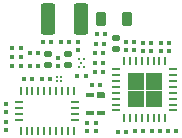
<source format=gbr>
%TF.GenerationSoftware,KiCad,Pcbnew,7.0.6*%
%TF.CreationDate,2023-09-10T10:28:08-04:00*%
%TF.ProjectId,headstage-neuropix1e,68656164-7374-4616-9765-2d6e6575726f,B*%
%TF.SameCoordinates,Original*%
%TF.FileFunction,Paste,Bot*%
%TF.FilePolarity,Positive*%
%FSLAX46Y46*%
G04 Gerber Fmt 4.6, Leading zero omitted, Abs format (unit mm)*
G04 Created by KiCad (PCBNEW 7.0.6) date 2023-09-10 10:28:08*
%MOMM*%
%LPD*%
G01*
G04 APERTURE LIST*
G04 Aperture macros list*
%AMRoundRect*
0 Rectangle with rounded corners*
0 $1 Rounding radius*
0 $2 $3 $4 $5 $6 $7 $8 $9 X,Y pos of 4 corners*
0 Add a 4 corners polygon primitive as box body*
4,1,4,$2,$3,$4,$5,$6,$7,$8,$9,$2,$3,0*
0 Add four circle primitives for the rounded corners*
1,1,$1+$1,$2,$3*
1,1,$1+$1,$4,$5*
1,1,$1+$1,$6,$7*
1,1,$1+$1,$8,$9*
0 Add four rect primitives between the rounded corners*
20,1,$1+$1,$2,$3,$4,$5,0*
20,1,$1+$1,$4,$5,$6,$7,0*
20,1,$1+$1,$6,$7,$8,$9,0*
20,1,$1+$1,$8,$9,$2,$3,0*%
%AMFreePoly0*
4,1,6,0.350000,-0.250000,-0.225000,-0.250000,-0.350000,-0.125000,-0.350000,0.250000,0.350000,0.250000,0.350000,-0.250000,0.350000,-0.250000,$1*%
G04 Aperture macros list end*
%ADD10C,0.100000*%
%ADD11RoundRect,0.218750X0.218750X0.381250X-0.218750X0.381250X-0.218750X-0.381250X0.218750X-0.381250X0*%
%ADD12RoundRect,0.079500X0.079500X0.100500X-0.079500X0.100500X-0.079500X-0.100500X0.079500X-0.100500X0*%
%ADD13RoundRect,0.079500X-0.079500X-0.100500X0.079500X-0.100500X0.079500X0.100500X-0.079500X0.100500X0*%
%ADD14C,0.200000*%
%ADD15C,0.216000*%
%ADD16R,0.254000X0.675000*%
%ADD17R,0.675000X0.254000*%
%ADD18RoundRect,0.079500X0.100500X-0.079500X0.100500X0.079500X-0.100500X0.079500X-0.100500X-0.079500X0*%
%ADD19RoundRect,0.140000X-0.170000X0.140000X-0.170000X-0.140000X0.170000X-0.140000X0.170000X0.140000X0*%
%ADD20RoundRect,0.140000X0.170000X-0.140000X0.170000X0.140000X-0.170000X0.140000X-0.170000X-0.140000X0*%
%ADD21FreePoly0,180.000000*%
%ADD22R,0.700000X0.400000*%
%ADD23RoundRect,0.079500X-0.100500X0.079500X-0.100500X-0.079500X0.100500X-0.079500X0.100500X0.079500X0*%
%ADD24RoundRect,0.036000X-0.264000X0.084000X-0.264000X-0.084000X0.264000X-0.084000X0.264000X0.084000X0*%
%ADD25RoundRect,0.036000X0.084000X0.264000X-0.084000X0.264000X-0.084000X-0.264000X0.084000X-0.264000X0*%
%ADD26RoundRect,0.036000X-0.084000X-0.264000X0.084000X-0.264000X0.084000X0.264000X-0.084000X0.264000X0*%
%ADD27RoundRect,0.250000X-0.375000X-1.075000X0.375000X-1.075000X0.375000X1.075000X-0.375000X1.075000X0*%
G04 APERTURE END LIST*
%TO.C,U5*%
D10*
X147250003Y-94400003D02*
X145950003Y-94400003D01*
X145950003Y-93100003D01*
X147250003Y-93100003D01*
X147250003Y-94400003D01*
G36*
X147250003Y-94400003D02*
G01*
X145950003Y-94400003D01*
X145950003Y-93100003D01*
X147250003Y-93100003D01*
X147250003Y-94400003D01*
G37*
X147250003Y-95900000D02*
X145950003Y-95900000D01*
X145950003Y-94600000D01*
X147250003Y-94600000D01*
X147250003Y-95900000D01*
G36*
X147250003Y-95900000D02*
G01*
X145950003Y-95900000D01*
X145950003Y-94600000D01*
X147250003Y-94600000D01*
X147250003Y-95900000D01*
G37*
X148750000Y-94400003D02*
X147450000Y-94400003D01*
X147450000Y-93100003D01*
X148750000Y-93100003D01*
X148750000Y-94400003D01*
G36*
X148750000Y-94400003D02*
G01*
X147450000Y-94400003D01*
X147450000Y-93100003D01*
X148750000Y-93100003D01*
X148750000Y-94400003D01*
G37*
X148750000Y-95900000D02*
X147450000Y-95900000D01*
X147450000Y-94600000D01*
X148750000Y-94600000D01*
X148750000Y-95900000D01*
G36*
X148750000Y-95900000D02*
G01*
X147450000Y-95900000D01*
X147450000Y-94600000D01*
X148750000Y-94600000D01*
X148750000Y-95900000D01*
G37*
%TD*%
D11*
%TO.C,L2*%
X145812500Y-88500000D03*
X143687500Y-88500000D03*
%TD*%
D12*
%TO.C,C15*%
X145765000Y-98050000D03*
X145075000Y-98050000D03*
%TD*%
D13*
%TO.C,R9*%
X143155000Y-93000000D03*
X143845000Y-93000000D03*
%TD*%
D14*
%TO.C,U1*%
X139935000Y-93415000D03*
X139935000Y-93765000D03*
X140285000Y-93415000D03*
X140285000Y-93765000D03*
%TD*%
D13*
%TO.C,R6*%
X148755000Y-90550000D03*
X149445000Y-90550000D03*
%TD*%
D15*
%TO.C,U8*%
X141800000Y-92546500D03*
X142200000Y-92546500D03*
X142000000Y-92200000D03*
X141800000Y-91853500D03*
X142200000Y-91853500D03*
%TD*%
D13*
%TO.C,C4*%
X137615000Y-91410000D03*
X138305000Y-91410000D03*
%TD*%
D12*
%TO.C,C32*%
X142345000Y-93300000D03*
X141655000Y-93300000D03*
%TD*%
D16*
%TO.C,U9*%
X136850000Y-97962500D03*
D17*
X136712500Y-97050000D03*
X136712500Y-96550000D03*
X136712500Y-96050000D03*
X136712500Y-95550000D03*
D16*
X136850000Y-94637500D03*
X137350000Y-94637500D03*
X137850000Y-94637500D03*
X138350000Y-94637500D03*
X138850000Y-94637500D03*
X139350000Y-94637500D03*
X139850000Y-94637500D03*
X140350000Y-94637500D03*
X140850000Y-94637500D03*
X141350000Y-94637500D03*
D17*
X141487500Y-95550000D03*
X141487500Y-96050000D03*
X141487500Y-96550000D03*
X141487500Y-97050000D03*
D16*
X141350000Y-97962500D03*
X140850000Y-97962500D03*
X140350000Y-97962500D03*
X139850000Y-97962500D03*
X139350000Y-97962500D03*
X138850000Y-97962500D03*
X138350000Y-97962500D03*
X137850000Y-97962500D03*
X137350000Y-97962500D03*
%TD*%
D18*
%TO.C,R16*%
X141700000Y-91145000D03*
X141700000Y-90455000D03*
%TD*%
D13*
%TO.C,R8*%
X143155000Y-91400000D03*
X143845000Y-91400000D03*
%TD*%
D19*
%TO.C,C6*%
X139190000Y-91450000D03*
X139190000Y-92410000D03*
%TD*%
D13*
%TO.C,C35*%
X137155000Y-93600000D03*
X137845000Y-93600000D03*
%TD*%
D20*
%TO.C,C18*%
X144900000Y-91080000D03*
X144900000Y-90120000D03*
%TD*%
D13*
%TO.C,R3*%
X138755000Y-90450000D03*
X139445000Y-90450000D03*
%TD*%
D18*
%TO.C,C17*%
X146450000Y-91145000D03*
X146450000Y-90455000D03*
%TD*%
D21*
%TO.C,U7*%
X143675000Y-94975000D03*
D22*
X143675000Y-96475000D03*
X142725000Y-96475000D03*
X142725000Y-94925000D03*
%TD*%
D12*
%TO.C,L3*%
X143945000Y-90600000D03*
X143255000Y-90600000D03*
%TD*%
D18*
%TO.C,C9*%
X136120000Y-92445000D03*
X136120000Y-91755000D03*
%TD*%
D13*
%TO.C,C13*%
X149335000Y-98000000D03*
X150025000Y-98000000D03*
%TD*%
%TO.C,C5*%
X137655000Y-92490000D03*
X138345000Y-92490000D03*
%TD*%
D23*
%TO.C,R17*%
X143225000Y-97305000D03*
X143225000Y-97995000D03*
%TD*%
D12*
%TO.C,C27*%
X143845000Y-92200000D03*
X143155000Y-92200000D03*
%TD*%
D18*
%TO.C,C2*%
X140030000Y-92455000D03*
X140030000Y-91765000D03*
%TD*%
D23*
%TO.C,C34*%
X135650000Y-97205000D03*
X135650000Y-97895000D03*
%TD*%
D18*
%TO.C,C31*%
X142500000Y-97995000D03*
X142500000Y-97305000D03*
%TD*%
%TO.C,C25*%
X147900000Y-91245000D03*
X147900000Y-90555000D03*
%TD*%
D12*
%TO.C,C12*%
X148625000Y-98000000D03*
X147935000Y-98000000D03*
%TD*%
%TO.C,C1*%
X139325000Y-93590000D03*
X138635000Y-93590000D03*
%TD*%
D13*
%TO.C,C29*%
X140255000Y-90450000D03*
X140945000Y-90450000D03*
%TD*%
%TO.C,R4*%
X143305000Y-89800000D03*
X143995000Y-89800000D03*
%TD*%
%TO.C,C14*%
X146505000Y-98000000D03*
X147195000Y-98000000D03*
%TD*%
D18*
%TO.C,C11*%
X136870000Y-92445000D03*
X136870000Y-91755000D03*
%TD*%
D20*
%TO.C,C3*%
X140870000Y-92390000D03*
X140870000Y-91430000D03*
%TD*%
D23*
%TO.C,C33*%
X135650000Y-95705000D03*
X135650000Y-96395000D03*
%TD*%
D18*
%TO.C,C16*%
X145750000Y-91145000D03*
X145750000Y-90455000D03*
%TD*%
D24*
%TO.C,U5*%
X144950000Y-96250000D03*
X144950000Y-95750000D03*
X144950000Y-95250000D03*
X144950000Y-94750000D03*
X144950000Y-94250000D03*
X144950000Y-93750000D03*
X144950000Y-93250000D03*
X144950000Y-92750000D03*
D25*
X145600000Y-92100000D03*
X146100000Y-92100000D03*
X146600000Y-92100000D03*
X147100000Y-92100000D03*
X147600000Y-92100000D03*
X148100000Y-92100000D03*
D26*
X148600000Y-92100000D03*
D25*
X149100000Y-92100000D03*
D24*
X149750000Y-92750000D03*
X149750000Y-93250000D03*
X149750000Y-93750000D03*
X149750000Y-94250000D03*
X149750000Y-94750000D03*
X149750000Y-95250001D03*
X149750000Y-95750000D03*
X149750000Y-96250000D03*
D25*
X149100000Y-96900000D03*
X148600000Y-96900000D03*
X148100000Y-96900000D03*
X147600000Y-96900000D03*
X147100000Y-96900000D03*
X146600000Y-96900000D03*
X146100000Y-96900000D03*
X145600000Y-96900000D03*
%TD*%
D13*
%TO.C,C8*%
X136155000Y-91000000D03*
X136845000Y-91000000D03*
%TD*%
D27*
%TO.C,L1*%
X139200000Y-88500000D03*
X142000000Y-88500000D03*
%TD*%
D12*
%TO.C,R7*%
X149445000Y-91250000D03*
X148755000Y-91250000D03*
%TD*%
D13*
%TO.C,C30*%
X142855000Y-94100000D03*
X143545000Y-94100000D03*
%TD*%
D18*
%TO.C,C26*%
X147200000Y-91245000D03*
X147200000Y-90555000D03*
%TD*%
M02*

</source>
